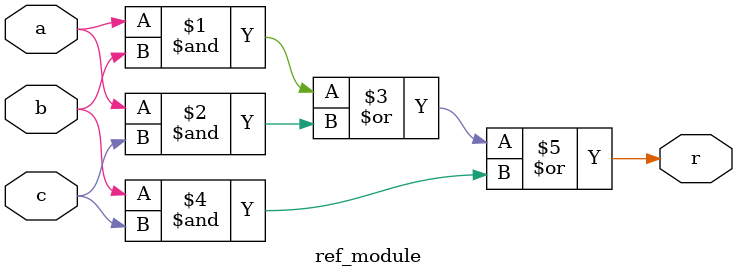
<source format=v>
module ref_module(
    input wire a,
    input wire b,
    input wire c,
    output wire r
);
    // 使用最简与或表达式实现三人表决器
    assign r = (a & b) | (a & c) | (b & c);
endmodule
</source>
